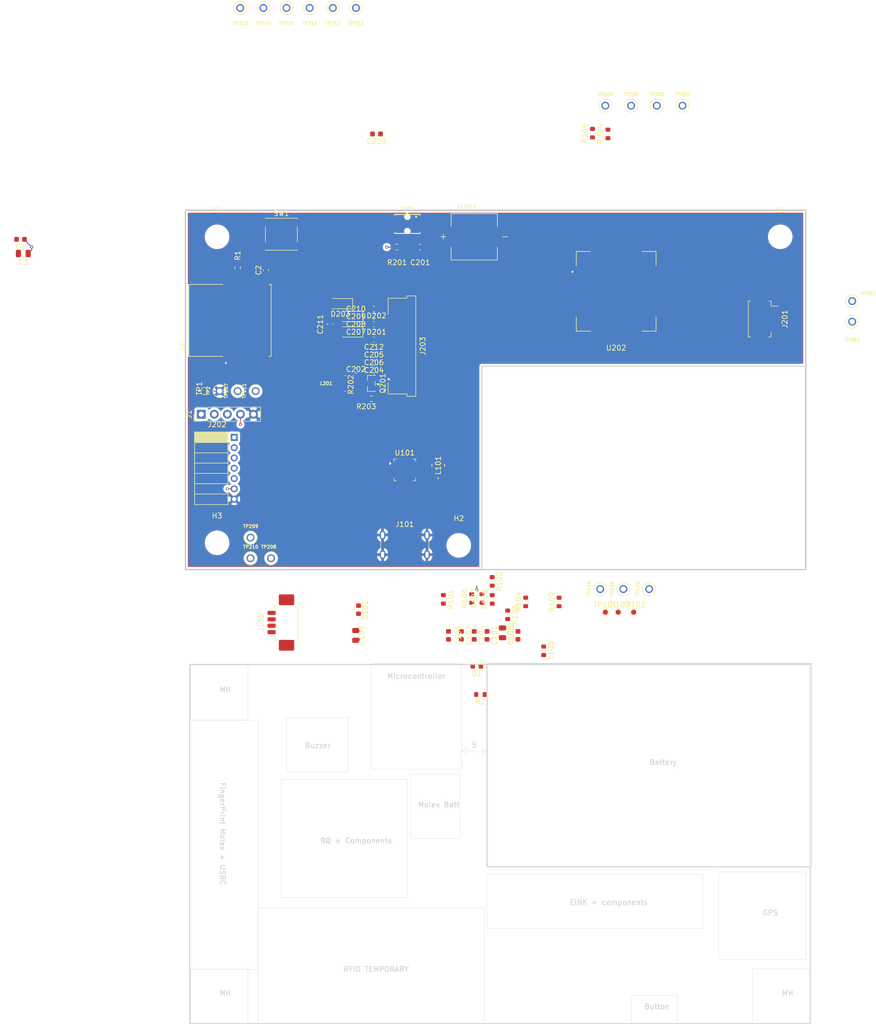
<source format=kicad_pcb>
(kicad_pcb (version 20241229) (generator "pcbnew") (generator_version "9.0")
  (layers (0 "F.Cu" signal) (4 "In1.Cu" signal) (6 "In2.Cu" signal) (2 "B.Cu" signal) (13 "F.Paste" user) (15 "B.Paste" user) (5 "F.SilkS" user "F.Silkscreen") (7 "B.SilkS" user "B.Silkscreen") (1 "F.Mask" user) (3 "B.Mask" user) (25 "Edge.Cuts" user))
  (net 0 "")
  (net 1 "GND")
  (net 2 "/Battery/BAT")
  (net 3 "/Sensors/VDHR")
  (net 4 "/Sensors/VDDD")
  (net 5 "/Sensors/VPP")
  (net 6 "/Sensors/VSH")
  (net 7 "/Sensors/VGH")
  (net 8 "/Sensors/VSL")
  (net 9 "/Sensors/VGL")
  (net 10 "/Sensors/VCOM")
  (net 11 "Net-(D202-A)")
  (net 12 "Net-(D201-A)")
  (net 13 "RESET")
  (net 14 "/Sensors/RESE")
  (net 17 "/Sensors/GDR")
  (net 23 "/Battery/VBUS_BQ")
  (net 24 "/Battery/PMID")
  (net 25 "/Battery/BTST")
  (net 26 "/Battery/ILIM")
  (net 27 "/Battery/SW")
  (net 28 "/Battery/TS")
  (net 29 "/Battery/STAT")
  (net 30 "/Battery/REGN")
  (net 32 "/SWDIO")
  (net 33 "/SWDCLK")
  (net 34 "/P23")
  (net 35 "/P15")
  (net 36 "/P07")
  (net 37 "/P01")
  (net 38 "/P30")
  (net 39 "/P09")
  (net 40 "/P31")
  (net 41 "/P20")
  (net 42 "/P08")
  (net 43 "/P29")
  (net 44 "/P13")
  (net 45 "/P04")
  (net 46 "/P22")
  (net 47 "/P19")
  (net 48 "/P12")
  (net 49 "/P16")
  (net 50 "/P14")
  (net 51 "/P00")
  (net 52 "/P24")
  (net 53 "/P28")
  (net 54 "/P26")
  (net 55 "/P25")
  (net 56 "/P05")
  (net 57 "/P10")
  (net 58 "/P06")
  (net 59 "/P11")
  (net 60 "/P27")
  (net 61 "/P18")
  (net 62 "/P03")
  (net 63 "/P17")
  (net 64 "/P02")
  (net 65 "VDD_nrf")
  (net 69 "Net-(D101-K)")
  (net 70 "Net-(J101-CC2)")
  (net 71 "Net-(J101-CC1)")
  (net 72 "Net-(D1-A)")
  (footprint "Button_Switch_SMD:SW_Push_1P1T_NO_E-Switch_TL3301NxxxxxG" (layer "F.Cu") (at 30 16.5)
    (property "Reference" "SW1")
    (property "Value" "SW")
  )
  (footprint "Capacitor_SMD:C_0603_1608Metric" (layer "F.Cu") (at 56.95 19)
    (property "Reference" "C201")
    (property "Value" "4.7uF")
  )
  (footprint "Capacitor_SMD:C_0603_1608Metric" (layer "F.Cu") (at 62.5 94.5 -90)
    (property "Reference" "C106")
    (property "Value" "10uF")
  )
  (footprint "Resistor_SMD:R_0603_1608Metric" (layer "F.Cu") (at 84 88 90)
    (property "Reference" "R109")
    (property "Value" "240")
  )
  (footprint "Resistor_SMD:R_0603_1608Metric" (layer "F.Cu") (at 81 97.5 -90)
    (property "Reference" "R105")
    (property "Value" "10k")
  )
  (footprint "Resistor_SMD:R_0603_1608Metric" (layer "F.Cu") (at 52.5 19)
    (property "Reference" "R201")
    (property "Value" "10k")
  )
  (footprint "5001:KEYSTONE_5001" (layer "F.Cu") (at 22 -27.5)
    (property "Reference" "TP213")
    (property "Value" "EP_SDA")
  )
  (footprint "TestPoint:TestPoint_Pad_D1.0mm" (layer "F.Cu") (at 93 90)
    (property "Reference" "TP101")
    (property "Value" "VBat")
  )
  (footprint "Diode_SMD:D_SOD-123" (layer "F.Cu") (at 43.5 32.5 180)
    (property "Reference" "D202")
    (property "Value" "MBR0530")
  )
  (footprint "MountingHole:MountingHole_4.3mm_M4" (layer "F.Cu") (at 17.5 76.5)
    (property "Reference" "H3")
    (property "Value" "MountingHole")
  )
  (footprint "MountingHole:MountingHole_4.3mm_M4" (layer "F.Cu") (at 17.5 17)
    (property "Reference" "H4")
    (property "Value" "MountingHole")
  )
  (footprint "CPT_9019B_SMT_TR:XDCR_CPT-9019B-SMT-TR" (layer "F.Cu") (at 67.5 17)
    (property "Reference" "U201")
    (property "Value" "CPT-9019B-SMT-TR")
  )
  (footprint "Diode_SMD:D_0603_1608Metric" (layer "F.Cu") (at 45 89.5 -90)
    (property "Reference" "D101")
    (property "Value" "LED")
  )
  (footprint "Capacitor_SMD:C_0603_1608Metric" (layer "F.Cu") (at 48 32.49 180)
    (property "Reference" "C209")
    (property "Value" "1uF")
  )
  (footprint "Connector_Molex:Molex_PicoBlade_53261-0471_1x04-1MP_P1.25mm_Horizontal" (layer "F.Cu") (at 123.5 33 -90)
    (property "Reference" "J201")
    (property "Value" "01x04 Molex")
  )
  (footprint "Resistor_SMD:R_0603_1608Metric" (layer "F.Cu") (at 69 87.325 90)
    (property "Reference" "R107")
    (property "Value" "10k")
  )
  (footprint "Capacitor_SMD:C_0603_1608Metric" (layer "F.Cu") (at 48 34 180)
    (property "Reference" "C208")
    (property "Value" "1uF")
  )
  (footprint "5001:KEYSTONE_5001" (layer "F.Cu") (at 21.5 47 90)
    (property "Reference" "TP207")
    (property "Value" "RFID_RST")
  )
  (footprint "MountingHole:MountingHole_4.3mm_M4" (layer "F.Cu") (at 127 17)
    (property "Reference" "H1")
    (property "Value" "MountingHole")
  )
  (footprint "Capacitor_SMD:C_0805_2012Metric" (layer "F.Cu") (at -20.18 20.25 180)
    (property "Reference" "C3")
    (property "Value" "4.7uF")
  )
  (footprint "Capacitor_SMD:C_0603_1608Metric" (layer "F.Cu") (at 65 94.5 -90)
    (property "Reference" "C107")
    (property "Value" "10uF")
  )
  (footprint "Capacitor_SMD:C_0603_1608Metric" (layer "F.Cu") (at 48 37 180)
    (property "Reference" "C212")
    (property "Value" "4.7uF")
  )
  (footprint "5001:KEYSTONE_5001" (layer "F.Cu") (at 25 47 90)
    (property "Reference" "TP211")
    (property "Value" "RFID_SS")
  )
  (footprint "Connector_PinHeader_2.54mm:PinHeader_1x05_P2.54mm_Vertical" (layer "F.Cu") (at 14.42 51.5 90)
    (property "Reference" "J1")
    (property "Value" "Conn_01x05_Pin")
  )
  (footprint "Capacitor_SMD:C_0603_1608Metric" (layer "F.Cu") (at 48 43 180)
    (property "Reference" "C202")
    (property "Value" "1uF")
  )
  (footprint "5001:KEYSTONE_5001" (layer "F.Cu") (at 98 -8.5)
    (property "Reference" "TP206")
    (property "Value" "GPS_TP")
  )
  (footprint "Resistor_SMD:R_0603_1608Metric" (layer "F.Cu") (at 90.5 -3.15 90)
    (property "Reference" "R205")
    (property "Value" "10k")
  )
  (footprint "Connector_Molex:Molex_PicoBlade_53261-0471_1x04-1MP_P1.25mm_Horizontal" (layer "F.Cu") (at 30.5 92 90)
    (property "Reference" "J102")
    (property "Value" "01x04 Molex")
  )
  (footprint "Capacitor_SMD:C_0603_1608Metric" (layer "F.Cu") (at 48.5 -3 180)
    (property "Reference" "C203")
    (property "Value" "1uF")
  )
  (footprint "MountingHole:MountingHole_4.3mm_M4" (layer "F.Cu") (at 64.5 77)
    (property "Reference" "H2")
    (property "Value" "MountingHole")
  )
  (footprint "Capacitor_SMD:C_0603_1608Metric" (layer "F.Cu") (at 76 94.5 90)
    (property "Reference" "C105")
    (property "Value" "4.7uF")
  )
  (footprint "Capacitor_SMD:C_0603_1608Metric" (layer "F.Cu") (at 48 40 180)
    (property "Reference" "C206")
    (property "Value" "1uF")
  )
  (footprint "5001:KEYSTONE_5001" (layer "F.Cu") (at 44.5 -27.5)
    (property "Reference" "TP212")
    (property "Value" "EP_DC")
  )
  (footprint "Capacitor_SMD:C_0603_1608Metric" (layer "F.Cu") (at 48 41.5 180)
    (property "Reference" "C204")
    (property "Value" "1uF")
  )
  (footprint "Capacitor_SMD:C_0603_1608Metric" (layer "F.Cu") (at 48 35.5 180)
    (property "Reference" "C207")
    (property "Value" "1uF")
  )
  (footprint "5001:KEYSTONE_5001" (layer "F.Cu") (at 40 -27.5)
    (property "Reference" "TP217")
    (property "Value" "EP_RESET")
  )
  (footprint "5001:KEYSTONE_5001" (layer "F.Cu") (at 93 -8.5)
    (property "Reference" "TP205")
    (property "Value" "GPS_INT")
  )
  (footprint "5001:KEYSTONE_5001" (layer "F.Cu") (at 31 -27.5)
    (property "Reference" "TP215")
    (property "Value" "EP_CSB")
  )
  (footprint "5001:KEYSTONE_5001" (layer "F.Cu") (at 96.5 85.5 90)
    (property "Reference" "TP105")
    (property "Value" "BQ_SCL")
  )
  (footprint "Package_TO_SOT_SMD:SOT-23" (layer "F.Cu") (at 47.5 45.5 180)
    (property "Reference" "Q201")
    (property "Value" "BSS138")
  )
  (footprint "5001:KEYSTONE_5001" (layer "F.Cu") (at 28 79.5)
    (property "Reference" "TP208")
    (property "Value" "RFID_SCK")
  )
  (footprint "Capacitor_SMD:C_0805_2012Metric" (layer "F.Cu") (at 44.5 94.5 -90)
    (property "Reference" "C103")
    (property "Value" "10uF")
  )
  (footprint "5001:KEYSTONE_5001" (layer "F.Cu") (at 101.5 85.5 90)
    (property "Reference" "TP106")
    (property "Value" "BQ_INT")
  )
  (footprint "Resistor_SMD:R_0603_1608Metric" (layer "F.Cu") (at 44.5 43)
    (property "Reference" "R202")
    (property "Value" "2.2")
  )
  (footprint "Connector_FFC-FPC:Amphenol_F32Q-1A7x1-11024_1x24-1MP_P0.5mm_Horizontal" (layer "F.Cu") (at 53.775 38.25 90)
    (property "Reference" "J203")
    (property "Value" "02x12 Connector")
  )
  (footprint "TestPoint:TestPoint_Pad_D1.0mm" (layer "F.Cu") (at 15 47 90)
    (property "Reference" "TP1")
    (property "Value" "GND")
  )
  (footprint "5001:KEYSTONE_5001" (layer "F.Cu") (at 92 85.5 90)
    (property "Reference" "TP104")
    (property "Value" "BQ_SDA")
  )
  (footprint "Resistor_SMD:R_0603_1608Metric" (layer "F.Cu") (at 74 90.5 -90)
    (property "Reference" "R103")
    (property "Value" "1k")
  )
  (footprint "Resistor_SMD:R_0603_1608Metric" (layer "F.Cu") (at 71 87.5 90)
    (property "Reference" "R108")
    (property "Value" "10k")
  )
  (footprint "TestPoint:TestPoint_Pad_D1.0mm" (layer "F.Cu") (at 95.5 90)
    (property "Reference" "TP103")
    (property "Value" "VSys")
  )
  (footprint "Diode_SMD:D_0603_1608Metric" (layer "F.Cu") (at 68 100.5 180)
    (property "Reference" "D1")
    (property "Value" "LED")
  )
  (footprint "Resistor_SMD:R_0603_1608Metric" (layer "F.Cu") (at 77.5 88 90)
    (property "Reference" "R104")
    (property "Value" "10k")
  )
  (footprint "Resistor_SMD:R_0603_1608Metric" (layer "F.Cu") (at 47.5 48.5)
    (property "Reference" "R203")
    (property "Value" "10k")
  )
  (footprint "5001:KEYSTONE_5001" (layer "F.Cu") (at 26.5 -27.5)
    (property "Reference" "TP214")
    (property "Value" "EP_SCL")
  )
  (footprint "Capacitor_SMD:C_0603_1608Metric" (layer "F.Cu") (at 48 38.5 180)
    (property "Reference" "C205")
    (property "Value" "1uF")
  )
  (footprint "ISMC:IND_IMSC1008AZER_VIS" (layer "F.Cu") (at 60.5 61.4398 90)
    (property "Reference" "L101")
    (property "Value" "2.2uH")
  )
  (footprint "436331045822:4363X10458XX" (layer "F.Cu") (at 54.5 14.5)
    (property "Reference" "S201")
    (property "Value" "436331045822")
  )
  (footprint "Capacitor_SMD:C_0603_1608Metric" (layer "F.Cu") (at 48 31 180)
    (property "Reference" "C210")
    (property "Value" "1uF")
  )
  (footprint "5001:KEYSTONE_5001" (layer "F.Cu") (at 141 29.5)
    (property "Reference" "TP202")
    (property "Value" "TS_RX")
  )
  (footprint "5001:KEYSTONE_5001" (layer "F.Cu") (at 141 33.5)
    (property "Reference" "TP201")
    (property "Value" "TS_TX")
  )
  (footprint "VLS3015CX_680M_H:IND_VLS3015CX-680M-H" (layer "F.Cu") (at 42.4375 45.5)
    (property "Reference" "L201")
    (property "Value" "68uH")
  )
  (footprint "Package_DFN_QFN:Texas_RTW_WQFN-24-1EP_4x4mm_P0.5mm_EP2.7x2.7mm" (layer "F.Cu") (at 54 62.325)
    (property "Reference" "U101")
    (property "Value" "BQ25895RTWT")
  )
  (footprint "5001:KEYSTONE_5001" (layer "F.Cu") (at 103 -8.5)
    (property "Reference" "TP203")
    (property "Value" "GPS_SDA")
  )
  (footprint "Resistor_SMD:R_0603_1608Metric" (layer "F.Cu") (at 68.7125 106 180)
    (property "Reference" "R2")
    (property "Value" "240")
  )
  (footprint "Capacitor_SMD:C_0603_1608Metric" (layer "F.Cu") (at 67.5 94.5 -90)
    (property "Reference" "C104")
    (property "Value" "1uF")
  )
  (footprint "5001:KEYSTONE_5001" (layer "F.Cu") (at 35.5 -27.5)
    (property "Reference" "TP216")
    (property "Value" "EP_BUSY")
  )
  (footprint "Resistor_SMD:R_0603_1608Metric" (layer "F.Cu") (at 93.5 -3 90)
    (property "Reference" "R204")
    (property "Value" "10k")
  )
  (footprint "SAM_M10Q_00B:XCVR_SAM-M10Q-00B" (layer "F.Cu") (at 95.1 27.6)
    (property "Reference" "U202")
    (property "Value" "SAM-M10Q-00B")
  )
  (footprint "TestPoint:TestPoint_Pad_D1.0mm" (layer "F.Cu") (at 98.5 90)
    (property "Reference" "TP102")
    (property "Value" "VUSB")
  )
  (footprint "Connector_USB:USB_C_Receptacle_GCT_USB4125-xx-x-0190_6P_TopMnt_Horizontal" (layer "F.Cu") (at 54 78)
    (property "Reference" "J101")
    (property "Value" "USB_C_Receptacle_PowerOnly_6P")
  )
  (footprint "5001:KEYSTONE_5001" (layer "F.Cu") (at 18 47 90)
    (property "Reference" "TP2")
    (property "Value" "GND")
  )
  (footprint "Resistor_SMD:R_0603_1608Metric" (layer "F.Cu") (at 71 84 -90)
    (property "Reference" "R102")
    (property "Value" "5.1k")
  )
  (footprint "Resistor_SMD:R_0603_1608Metric" (layer "F.Cu") (at 67 87.325 90)
    (property "Reference" "R106")
    (property "Value" "10k")
  )
  (footprint "Diode_SMD:D_SOD-123" (layer "F.Cu") (at 43.5 35.5 180)
    (property "Reference" "D201")
    (property "Value" "MBR0530")
  )
  (footprint "BT832:BLEMODULE_BT832" (layer "F.Cu") (at 20 33.25 90)
    (property "Reference" "U1")
    (property "Value" "BT832")
  )
  (footprint "Capacitor_SMD:C_0603_1608Metric" (layer "F.Cu") (at 39.5 34 90)
    (property "Reference" "C211")
    (property "Value" "4.7uF")
  )
  (footprint "Resistor_SMD:R_0603_1608Metric" (layer "F.Cu") (at 61.5 87.5 -90)
    (property "Reference" "R101")
    (property "Value" "5.1k")
  )
  (footprint "Capacitor_SMD:C_0603_1608Metric" (layer "F.Cu") (at 27 23.5 90)
    (property "Reference" "C2")
    (property "Value" "100nF")
  )
  (footprint "Capacitor_SMD:C_0603_1608Metric" (layer "F.Cu") (at -20.725 17.5 180)
    (property "Reference" "C1")
    (property "Value" "100nF")
  )
  (footprint "Connector_PinSocket_2.00mm:PinSocket_1x07_P2.00mm_Horizontal" (layer "F.Cu") (at 20.825 56)
    (property "Reference" "J202")
    (property "Value" "Conn_01x07_Socket")
  )
  (footprint "Diode_SMD:D_SOD-123" (layer "F.Cu") (at 41.5 30 180)
    (property "Reference" "D203")
    (property "Value" "MBR0530")
  )
  (footprint "5001:KEYSTONE_5001" (layer "F.Cu") (at 24 79.5)
    (property "Reference" "TP210")
    (property "Value" "RFID_MOSI")
  )
  (footprint "Capacitor_SMD:C_0805_2012Metric" (layer "F.Cu") (at 73 94 -90)
    (property "Reference" "C102")
    (property "Value" "8.2uF")
  )
  (footprint "Resistor_SMD:R_0603_1608Metric" (layer "F.Cu") (at 21.5 23 -90)
    (property "Reference" "R1")
    (property "Value" "10k")
  )
  (footprint "5001:KEYSTONE_5001" (layer "F.Cu") (at 24 75.5)
    (property "Reference" "TP209")
    (property "Value" "RFID_MISO")
  )
  (footprint "Capacitor_SMD:C_0603_1608Metric" (layer "F.Cu") (at 70 94.5 -90)
    (property "Reference" "C101")
    (property "Value" "4.7uF")
  )
  (footprint "5001:KEYSTONE_5001" (layer "F.Cu") (at 108 -8.5)
    (property "Reference" "TP204")
    (property "Value" "GPS_SCL")
  )
  (gr_rect (start 11.325 11.825) (end 131.975 81.675) (stroke (width 0.2)) (fill no) (layer "F.Cu") (net 72))
  (gr_rect (start 11.325 11.825) (end 131.975 81.675) (stroke (width 0.2)) (fill no) (layer "B.Cu") (net 65))
  (gr_rect (start 70 100) (end 133 139.5) (stroke (width 0.2)) (fill no) (layer "Edge.Cuts"))
  (gr_rect (start 12.325 159.325) (end 23.5 170) (stroke (width 0.05)) (fill no) (layer "Edge.Cuts"))
  (gr_rect (start 98 164.5) (end 107 170) (stroke (width 0.05)) (fill no) (layer "Edge.Cuts"))
  (gr_rect (start 55.25 121.5) (end 64.75 134) (stroke (width 0.05)) (fill no) (layer "Edge.Cuts"))
  (gr_rect (start 12.325 100.325) (end 23.5 111) (stroke (width 0.05)) (fill no) (layer "Edge.Cuts"))
  (gr_rect (start 25.5 147.5) (end 69.5 170) (stroke (width 0.05)) (fill no) (layer "Edge.Cuts"))
  (gr_rect (start 70 141) (end 112 151.5) (stroke (width 0.05)) (fill no) (layer "Edge.Cuts"))
  (gr_rect (start 12.175 100.15) (end 132.825 170) (stroke (width 0.2)) (fill no) (layer "Edge.Cuts"))
  (gr_rect (start 11.325 11.825) (end 131.975 81.675) (stroke (width 0.2)) (fill no) (layer "Edge.Cuts"))
  (gr_rect (start 47.5 100) (end 65 120.5) (stroke (width 0.05)) (fill no) (layer "Edge.Cuts"))
  (gr_rect (start 115 140.5) (end 132 157.5) (stroke (width 0.05)) (fill no) (layer "Edge.Cuts"))
  (gr_rect (start 31 110.5) (end 43 121) (stroke (width 0.05)) (fill no) (layer "Edge.Cuts"))
  (gr_rect (start 121.65 159.325) (end 132.825 170) (stroke (width 0.05)) (fill no) (layer "Edge.Cuts"))
  (gr_rect (start 68.975 42.175) (end 131.975 81.675) (stroke (width 0.2)) (fill no) (layer "Edge.Cuts"))
  (gr_rect (start 30 122.5) (end 54.5 145.5) (stroke (width 0.05)) (fill no) (layer "Edge.Cuts"))
  (gr_rect (start 12.175 111) (end 25.5 159.5) (stroke (width 0.05)) (fill no) (layer "Edge.Cuts"))
  (gr_text "BQ + Components" (at 37.5 135 0) (layer "Edge.Cuts") (effects (font (size 1 1)) (justify left bottom)))
  (gr_text "Battery" (at 101.5 119.75 0) (layer "Edge.Cuts") (effects (font (size 1 1)) (justify left bottom)))
  (gr_text "RFID TEMPORARY" (at 42 160 0) (layer "Edge.Cuts") (effects (font (size 1 1)) (justify left bottom)))
  (gr_text "Microcontroller" (at 50.5 103 0) (layer "Edge.Cuts") (effects (font (size 1 1)) (justify left bottom)))
  (gr_text "MH" (at 17.9125 164.6625 0) (layer "Edge.Cuts") (effects (font (size 1 1)) (justify left bottom)))
  (gr_text "FingerPrint Molex + USBC" (at 18 123 270) (layer "Edge.Cuts") (effects (font (size 1 1)) (justify left bottom)))
  (gr_text "Molex Batt" (at 56.5 128 0) (layer "Edge.Cuts") (effects (font (size 1 1)) (justify left bottom)))
  (gr_text "EINK + components" (at 86 147 0) (layer "Edge.Cuts") (effects (font (size 1 1)) (justify left bottom)))
  (gr_text "MH" (at 17.9125 105.6625 0) (layer "Edge.Cuts") (effects (font (size 1 1)) (justify left bottom)))
  (gr_text "Buzzer" (at 34.5 116.5 0) (layer "Edge.Cuts") (effects (font (size 1 1)) (justify left bottom)))
  (gr_text "MH" (at 127.2375 164.6625 0) (layer "Edge.Cuts") (effects (font (size 1 1)) (justify left bottom)))
  (gr_text "Button\n" (at 100.5 167.25 0) (layer "Edge.Cuts") (effects (font (size 1 1)) (justify left bottom)))
  (gr_text "GPS" (at 123.5 149 0) (layer "Edge.Cuts") (effects (font (size 1 1)) (justify left bottom)))
  (dimension (type orthogonal) (layer "Edge.Cuts") (pts (xy 70 120.25) (xy 65 120.5)) (height -3.25) (orientation 0) (format (prefix "") (suffix "") (units 3) (units_format 0) (precision 4) (suppress_zeroes yes)) (style (thickness 0.05) (arrow_length 1.27) (text_position_mode 0) (arrow_direction outward) (extension_height 0.58642) (extension_offset 0.5) (keep_text_aligned yes)) (gr_text "5" (at 67.5 115.85 0) (layer "Edge.Cuts") (effects (font (size 1 1) (thickness 0.15)))))
  (segment (start 15 47) (end 18 47) (width 0.1524) (layer "F.Cu") (net 1))
  (segment (start 68 85.675) (end 68 84.825) (width 0.1524) (layer "F.Cu") (net 1))
  (segment (start 14 47) (end 15 47) (width 0.1524) (layer "F.Cu") (net 1))
  (segment (start 51.55 15.5) (end 51.7 15.35) (width 0.1524) (layer "F.Cu") (net 1))
  (segment (start 57.45 15.5) (end 57.3 15.35) (width 0.1524) (layer "F.Cu") (net 1))
  (via (at 68 85.675) (size 0.6) (drill 0.3) (layers "F.Cu" "B.Cu") (net 1))
  (via (at 14 47) (size 0.6) (drill 0.3) (layers "F.Cu" "B.Cu") (net 1))
  (segment (start 20.5 27.9) (end 20.4 28) (width 0.1524) (layer "F.Cu") (net 33))
  (segment (start 22.04 51.5) (end 22.04 53.5) (width 0.1524) (layer "F.Cu") (net 65))
  (segment (start 50.5 19) (end 51.675 19) (width 0.1524) (layer "F.Cu") (net 65))
  (segment (start -18.55 19.57) (end -19.23 20.25) (width 0.1524) (layer "F.Cu") (net 65))
  (segment (start 17.545702 70.954298) (end 17.5 71) (width 0.1524) (layer "F.Cu") (net 65))
  (segment (start -19.95 17.5) (end -19.95 17.6) (width 0.1524) (layer "F.Cu") (net 65))
  (segment (start -19.95 17.6) (end -18.55 19) (width 0.1524) (layer "F.Cu") (net 65))
  (segment (start -18.55 19) (end -18.55 19.57) (width 0.1524) (layer "F.Cu") (net 65))
  (segment (start 19.5 66) (end 20.825 66) (width 0.1524) (layer "F.Cu") (net 65))
  (via (at -18.55 19) (size 0.6) (drill 0.3) (layers "F.Cu" "B.Cu") (net 65))
  (via (at 50.5 19) (size 0.6) (drill 0.3) (layers "F.Cu" "B.Cu") (net 65))
  (via (at 19.5 66) (size 0.6) (drill 0.3) (layers "F.Cu" "B.Cu") (net 65))
  (via (at 22.04 53.5) (size 0.6) (drill 0.3) (layers "F.Cu" "B.Cu") (net 65))
  (zone (net 1) (net_name "GND") (layers "F.Cu" "B.Cu" "In2.Cu") (connect_pads (clearance 0.5)) (min_thickness 0.25) (fill yes (thermal_gap 0.5) (thermal_bridge_width 0.5))
    (polygon (pts (xy 11.325 11.825) (xy 11.325 81.675) (xy 131.975 81.675) (xy 131.975 11.825)))
  )
)
</source>
